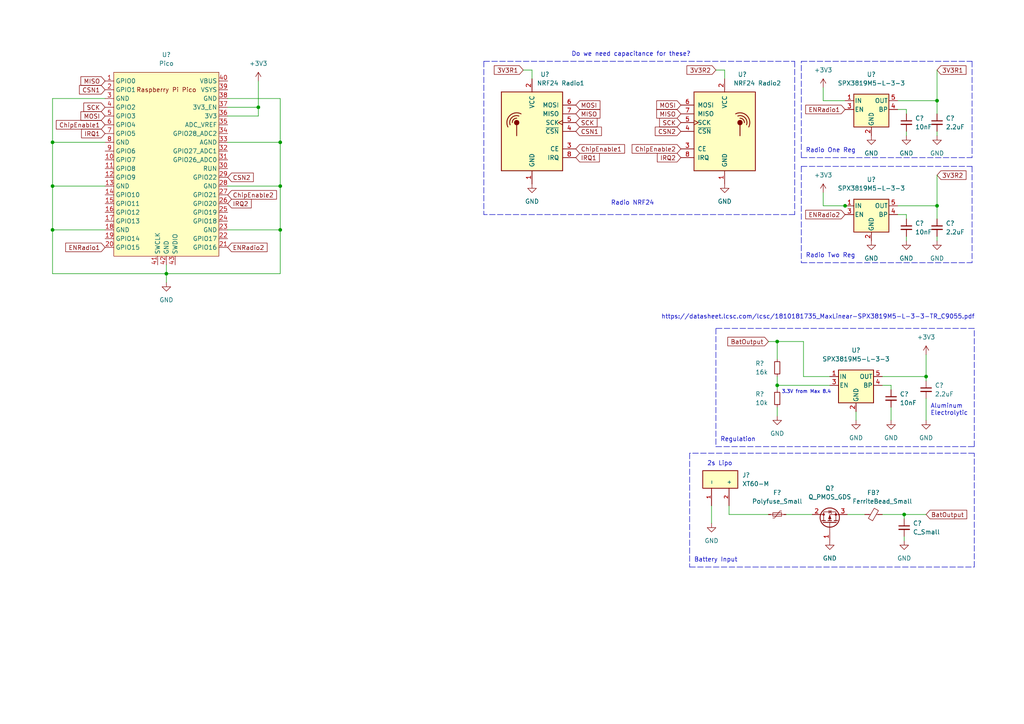
<source format=kicad_sch>
(kicad_sch (version 20211123) (generator eeschema)
  (paper "A4")
  (lib_symbols
    (symbol "Device:C_Small" (pin_numbers hide) (pin_names (offset 0.254) hide)
      (property "Reference" "C" (at 0.254 1.778 0))
      (property "Value" "C_Small" (at 0.254 -2.032 0))
      (symbol "C_Small_0_1"
        (polyline (pts (xy -1.524 -0.508) (xy 1.524 -0.508)) (stroke (width 0.3302)))
        (polyline (pts (xy -1.524 0.508) (xy 1.524 0.508)) (stroke (width 0.3048)))
      )
      (symbol "C_Small_1_1"
        (pin passive line (at 0 2.54 270) (length 2.032) (name "~") (number "1"))
        (pin passive line (at 0 -2.54 90) (length 2.032) (name "~") (number "2"))
      )
    )
    (symbol "Device:FerriteBead_Small" (pin_numbers hide) (pin_names (offset 0))
      (property "Reference" "FB" (at 1.905 1.27 0))
      (property "Value" "FerriteBead_Small" (at 1.905 -1.27 0))
      (symbol "FerriteBead_Small_0_1"
        (polyline (pts (xy 0 -1.27) (xy 0 -0.7874)))
        (polyline (pts (xy 0 0.889) (xy 0 1.2954)))
        (polyline (pts (xy -1.8288 0.2794) (xy -1.1176 1.4986) (xy 1.8288 -0.2032) (xy 1.1176 -1.4224) (xy -1.8288 0.2794)))
      )
      (symbol "FerriteBead_Small_1_1"
        (pin passive line (at 0 2.54 270) (length 1.27) (name "~") (number "1"))
        (pin passive line (at 0 -2.54 90) (length 1.27) (name "~") (number "2"))
      )
    )
    (symbol "Device:Polyfuse_Small" (pin_numbers hide) (pin_names (offset 0))
      (property "Reference" "F" (at -1.905 0 90))
      (property "Value" "Polyfuse_Small" (at 1.905 0 90))
      (symbol "Polyfuse_Small_0_1"
        (rectangle (start -0.508 1.27) (end 0.508 -1.27))
        (polyline (pts (xy 0 2.54) (xy 0 -2.54)))
        (polyline (pts (xy -1.016 1.27) (xy -1.016 0.762) (xy 1.016 -0.762) (xy 1.016 -1.27)))
      )
      (symbol "Polyfuse_Small_1_1"
        (pin passive line (at 0 2.54 270) (length 0.635) (name "~") (number "1"))
        (pin passive line (at 0 -2.54 90) (length 0.635) (name "~") (number "2"))
      )
    )
    (symbol "Device:Q_PMOS_GDS" (pin_names (offset 0) hide)
      (property "Reference" "Q" (at 5.08 1.27 0))
      (property "Value" "Q_PMOS_GDS" (at 5.08 -1.27 0))
      (symbol "Q_PMOS_GDS_0_1"
        (polyline (pts (xy 0.254 0) (xy -2.54 0)))
        (polyline (pts (xy 0.254 1.905) (xy 0.254 -1.905)) (stroke (width 0.254)))
        (polyline (pts (xy 0.762 -1.27) (xy 0.762 -2.286)) (stroke (width 0.254)))
        (polyline (pts (xy 0.762 0.508) (xy 0.762 -0.508)) (stroke (width 0.254)))
        (polyline (pts (xy 0.762 2.286) (xy 0.762 1.27)) (stroke (width 0.254)))
        (polyline (pts (xy 2.54 2.54) (xy 2.54 1.778)))
        (polyline (pts (xy 2.54 -2.54) (xy 2.54 0) (xy 0.762 0)))
        (polyline (pts (xy 0.762 1.778) (xy 3.302 1.778) (xy 3.302 -1.778) (xy 0.762 -1.778)))
        (polyline (pts (xy 2.286 0) (xy 1.27 0.381) (xy 1.27 -0.381) (xy 2.286 0)) (fill (type outline)))
        (polyline (pts (xy 2.794 -0.508) (xy 2.921 -0.381) (xy 3.683 -0.381) (xy 3.81 -0.254)))
        (polyline (pts (xy 3.302 -0.381) (xy 2.921 0.254) (xy 3.683 0.254) (xy 3.302 -0.381)))
        (circle (center 1.651 0) (radius 2.794) (stroke (width 0.254)))
        (circle (center 2.54 -1.778) (radius 0.254) (fill (type outline)))
        (circle (center 2.54 1.778) (radius 0.254) (fill (type outline)))
      )
      (symbol "Q_PMOS_GDS_1_1"
        (pin input line (at -5.08 0 0) (length 2.54) (name "G") (number "1"))
        (pin passive line (at 2.54 5.08 270) (length 2.54) (name "D") (number "2"))
        (pin passive line (at 2.54 -5.08 90) (length 2.54) (name "S") (number "3"))
      )
    )
    (symbol "Device:R_Small" (pin_numbers hide) (pin_names (offset 0.254) hide)
      (property "Reference" "R" (at 0.762 0.508 0))
      (property "Value" "R_Small" (at 0.762 -1.016 0))
      (symbol "R_Small_0_1"
        (rectangle (start -0.762 1.778) (end 0.762 -1.778) (stroke (width 0.2032)))
      )
      (symbol "R_Small_1_1"
        (pin passive line (at 0 2.54 270) (length 0.762) (name "~") (number "1"))
        (pin passive line (at 0 -2.54 90) (length 0.762) (name "~") (number "2"))
      )
    )
    (symbol "MCU_RaspberryPi_and_Boards:Pico"
      (property "Reference" "U" (at -13.97 27.94 0))
      (property "Value" "Pico" (at 0 19.05 0))
      (symbol "Pico_0_0"
        (text "Raspberry Pi Pico" (at 0 21.59 0) (effects (font (size 1.27 1.27))))
      )
      (symbol "Pico_0_1"
        (rectangle (start -15.24 26.67) (end 15.24 -26.67) (fill (type background)))
      )
      (symbol "Pico_1_1"
        (pin bidirectional line (at -17.78 24.13 0) (length 2.54) (name "GPIO0") (number "1"))
        (pin bidirectional line (at -17.78 1.27 0) (length 2.54) (name "GPIO7") (number "10"))
        (pin bidirectional line (at -17.78 -1.27 0) (length 2.54) (name "GPIO8") (number "11"))
        (pin bidirectional line (at -17.78 -3.81 0) (length 2.54) (name "GPIO9") (number "12"))
        (pin power_in line (at -17.78 -6.35 0) (length 2.54) (name "GND") (number "13"))
        (pin bidirectional line (at -17.78 -8.89 0) (length 2.54) (name "GPIO10") (number "14"))
        (pin bidirectional line (at -17.78 -11.43 0) (length 2.54) (name "GPIO11") (number "15"))
        (pin bidirectional line (at -17.78 -13.97 0) (length 2.54) (name "GPIO12") (number "16"))
        (pin bidirectional line (at -17.78 -16.51 0) (length 2.54) (name "GPIO13") (number "17"))
        (pin power_in line (at -17.78 -19.05 0) (length 2.54) (name "GND") (number "18"))
        (pin bidirectional line (at -17.78 -21.59 0) (length 2.54) (name "GPIO14") (number "19"))
        (pin bidirectional line (at -17.78 21.59 0) (length 2.54) (name "GPIO1") (number "2"))
        (pin bidirectional line (at -17.78 -24.13 0) (length 2.54) (name "GPIO15") (number "20"))
        (pin bidirectional line (at 17.78 -24.13 180) (length 2.54) (name "GPIO16") (number "21"))
        (pin bidirectional line (at 17.78 -21.59 180) (length 2.54) (name "GPIO17") (number "22"))
        (pin power_in line (at 17.78 -19.05 180) (length 2.54) (name "GND") (number "23"))
        (pin bidirectional line (at 17.78 -16.51 180) (length 2.54) (name "GPIO18") (number "24"))
        (pin bidirectional line (at 17.78 -13.97 180) (length 2.54) (name "GPIO19") (number "25"))
        (pin bidirectional line (at 17.78 -11.43 180) (length 2.54) (name "GPIO20") (number "26"))
        (pin bidirectional line (at 17.78 -8.89 180) (length 2.54) (name "GPIO21") (number "27"))
        (pin power_in line (at 17.78 -6.35 180) (length 2.54) (name "GND") (number "28"))
        (pin bidirectional line (at 17.78 -3.81 180) (length 2.54) (name "GPIO22") (number "29"))
        (pin power_in line (at -17.78 19.05 0) (length 2.54) (name "GND") (number "3"))
        (pin input line (at 17.78 -1.27 180) (length 2.54) (name "RUN") (number "30"))
        (pin bidirectional line (at 17.78 1.27 180) (length 2.54) (name "GPIO26_ADC0") (number "31"))
        (pin bidirectional line (at 17.78 3.81 180) (length 2.54) (name "GPIO27_ADC1") (number "32"))
        (pin power_in line (at 17.78 6.35 180) (length 2.54) (name "AGND") (number "33"))
        (pin bidirectional line (at 17.78 8.89 180) (length 2.54) (name "GPIO28_ADC2") (number "34"))
        (pin power_in line (at 17.78 11.43 180) (length 2.54) (name "ADC_VREF") (number "35"))
        (pin power_in line (at 17.78 13.97 180) (length 2.54) (name "3V3") (number "36"))
        (pin input line (at 17.78 16.51 180) (length 2.54) (name "3V3_EN") (number "37"))
        (pin bidirectional line (at 17.78 19.05 180) (length 2.54) (name "GND") (number "38"))
        (pin power_in line (at 17.78 21.59 180) (length 2.54) (name "VSYS") (number "39"))
        (pin bidirectional line (at -17.78 16.51 0) (length 2.54) (name "GPIO2") (number "4"))
        (pin power_in line (at 17.78 24.13 180) (length 2.54) (name "VBUS") (number "40"))
        (pin input line (at -2.54 -29.21 90) (length 2.54) (name "SWCLK") (number "41"))
        (pin power_in line (at 0 -29.21 90) (length 2.54) (name "GND") (number "42"))
        (pin bidirectional line (at 2.54 -29.21 90) (length 2.54) (name "SWDIO") (number "43"))
        (pin bidirectional line (at -17.78 13.97 0) (length 2.54) (name "GPIO3") (number "5"))
        (pin bidirectional line (at -17.78 11.43 0) (length 2.54) (name "GPIO4") (number "6"))
        (pin bidirectional line (at -17.78 8.89 0) (length 2.54) (name "GPIO5") (number "7"))
        (pin power_in line (at -17.78 6.35 0) (length 2.54) (name "GND") (number "8"))
        (pin bidirectional line (at -17.78 3.81 0) (length 2.54) (name "GPIO6") (number "9"))
      )
    )
    (symbol "RF:NRF24L01_Breakout" (pin_names (offset 1.016))
      (property "Reference" "U" (at -8.89 12.7 0))
      (property "Value" "NRF24L01_Breakout" (at 3.81 12.7 0))
      (symbol "NRF24L01_Breakout_0_1"
        (rectangle (start -8.89 11.43) (end 8.89 -11.43) (stroke (width 0.254)) (fill (type background)))
        (polyline (pts (xy 4.445 1.905) (xy 4.445 -1.27)) (stroke (width 0.254)))
        (circle (center 4.445 2.54) (radius 0.635) (stroke (width 0.254)) (fill (type outline)))
        (arc (start 5.715 2.54) (mid 5.3521 3.4546) (end 4.445 3.81) (stroke (width 0.254)))
        (arc (start 6.35 1.905) (mid 5.8763 3.9854) (end 3.81 4.445) (stroke (width 0.254)))
        (arc (start 6.985 1.27) (mid 6.453 4.548) (end 3.175 5.08) (stroke (width 0.254)))
      )
      (symbol "NRF24L01_Breakout_1_1"
        (pin power_in line (at 0 -15.24 90) (length 3.81) (name "GND") (number "1"))
        (pin power_in line (at 0 15.24 270) (length 3.81) (name "VCC") (number "2"))
        (pin input line (at -12.7 -5.08 0) (length 3.81) (name "CE") (number "3"))
        (pin input line (at -12.7 0 0) (length 3.81) (name "~{CSN}") (number "4"))
        (pin input clock (at -12.7 2.54 0) (length 3.81) (name "SCK") (number "5"))
        (pin input line (at -12.7 7.62 0) (length 3.81) (name "MOSI") (number "6"))
        (pin output line (at -12.7 5.08 0) (length 3.81) (name "MISO") (number "7"))
        (pin output line (at -12.7 -7.62 0) (length 3.81) (name "IRQ") (number "8"))
      )
    )
    (symbol "Regulator_Linear:SPX3819M5-L-3-3" (pin_names (offset 0.254))
      (property "Reference" "U" (at -3.81 5.715 0))
      (property "Value" "SPX3819M5-L-3-3" (at 0 5.715 0))
      (symbol "SPX3819M5-L-3-3_0_1"
        (rectangle (start -5.08 4.445) (end 5.08 -5.08) (stroke (width 0.254)) (fill (type background)))
      )
      (symbol "SPX3819M5-L-3-3_1_1"
        (pin power_in line (at -7.62 2.54 0) (length 2.54) (name "IN") (number "1"))
        (pin power_in line (at 0 -7.62 90) (length 2.54) (name "GND") (number "2"))
        (pin input line (at -7.62 0 0) (length 2.54) (name "EN") (number "3"))
        (pin input line (at 7.62 0 180) (length 2.54) (name "BP") (number "4"))
        (pin power_out line (at 7.62 2.54 180) (length 2.54) (name "OUT") (number "5"))
      )
    )
    (symbol "XT60-M:XT60-M" (pin_names (offset 1.016))
      (property "Reference" "J" (at -2.54 5.715 0))
      (property "Value" "XT60-M" (at -2.794 -6.35 0))
      (symbol "XT60-M_0_0"
        (rectangle (start -2.54 -5.08) (end 2.54 5.08) (stroke (width 0.254)) (fill (type background)))
        (pin passive line (at -7.62 2.54 0) (length 5.08) (name "-") (number "1"))
        (pin passive line (at -7.62 -2.54 0) (length 5.08) (name "+") (number "2"))
      )
    )
    (symbol "power:+3V3" (power) (pin_names (offset 0))
      (property "Value" "+3V3" (at 0 3.556 0))
      (symbol "+3V3_0_1"
        (polyline (pts (xy -0.762 1.27) (xy 0 2.54)))
        (polyline (pts (xy 0 0) (xy 0 2.54)))
        (polyline (pts (xy 0 2.54) (xy 0.762 1.27)))
      )
      (symbol "+3V3_1_1"
        (pin power_in line (at 0 0 90) (length 0) hide (name "+3V3") (number "1"))
      )
    )
    (symbol "power:GND" (power) (pin_names (offset 0))
      (property "Value" "GND" (at 0 -3.81 0))
      (symbol "GND_0_1"
        (polyline (pts (xy 0 0) (xy 0 -1.27) (xy 1.27 -1.27) (xy 0 -2.54) (xy -1.27 -1.27) (xy 0 -1.27)))
      )
      (symbol "GND_1_1"
        (pin power_in line (at 0 0 270) (length 0) hide (name "GND") (number "1"))
      )
    )
  )
  (junction (at 268.605 109.22))
  (junction (at 74.93 31.115))
  (junction (at 225.425 111.76))
  (junction (at 271.78 59.69))
  (junction (at 81.28 53.975))
  (junction (at 15.24 41.275))
  (junction (at 81.28 66.675))
  (junction (at 262.255 149.225))
  (junction (at 225.425 99.06))
  (junction (at 81.28 41.275))
  (junction (at 271.78 29.21))
  (junction (at 48.26 79.375))
  (junction (at 15.24 66.675))
  (junction (at 15.24 53.975))
  (junction (at 245.11 59.69))
  (wire (pts (xy 15.24 41.275) (xy 15.24 53.975)))
  (wire (pts (xy 210.185 20.32) (xy 210.185 22.86)))
  (wire (pts (xy 81.28 53.975) (xy 81.28 66.675)))
  (polyline (pts (xy 232.41 45.72) (xy 281.94 45.72)))
  (wire (pts (xy 225.425 99.06) (xy 225.425 104.14)))
  (wire (pts (xy 260.35 59.69) (xy 271.78 59.69)))
  (wire (pts (xy 262.255 149.225) (xy 262.255 150.495)))
  (wire (pts (xy 15.24 53.975) (xy 30.48 53.975)))
  (polyline (pts (xy 232.41 45.72) (xy 232.41 17.78)))
  (polyline (pts (xy 282.575 164.465) (xy 282.575 131.445)))
  (wire (pts (xy 233.045 109.22) (xy 240.665 109.22)))
  (polyline (pts (xy 230.505 62.23) (xy 140.335 62.23)))
  (wire (pts (xy 271.78 38.1) (xy 271.78 39.37)))
  (polyline (pts (xy 232.41 48.26) (xy 281.94 48.26)))
  (wire (pts (xy 271.78 50.8) (xy 271.78 59.69)))
  (wire (pts (xy 268.605 109.22) (xy 268.605 110.49)))
  (wire (pts (xy 245.745 149.225) (xy 250.825 149.225)))
  (wire (pts (xy 245.11 59.69) (xy 238.76 59.69)))
  (wire (pts (xy 255.905 111.76) (xy 258.445 111.76)))
  (polyline (pts (xy 281.94 17.78) (xy 281.94 45.72)))
  (wire (pts (xy 271.78 20.32) (xy 271.78 29.21)))
  (wire (pts (xy 262.89 62.23) (xy 262.89 63.5)))
  (polyline (pts (xy 232.41 48.26) (xy 232.41 76.2)))
  (wire (pts (xy 255.905 109.22) (xy 268.605 109.22)))
  (wire (pts (xy 262.89 38.1) (xy 262.89 39.37)))
  (wire (pts (xy 211.455 149.225) (xy 222.885 149.225)))
  (wire (pts (xy 262.255 155.575) (xy 262.255 156.845)))
  (wire (pts (xy 260.35 31.75) (xy 262.89 31.75)))
  (polyline (pts (xy 232.41 17.78) (xy 281.94 17.78)))
  (wire (pts (xy 222.885 99.06) (xy 225.425 99.06)))
  (polyline (pts (xy 282.575 95.25) (xy 207.645 95.25)))
  (wire (pts (xy 207.645 20.32) (xy 210.185 20.32)))
  (wire (pts (xy 247.65 59.69) (xy 245.11 59.69)))
  (polyline (pts (xy 281.94 48.26) (xy 281.94 76.2)))
  (wire (pts (xy 74.93 23.495) (xy 74.93 31.115)))
  (wire (pts (xy 225.425 109.22) (xy 225.425 111.76)))
  (polyline (pts (xy 282.575 129.54) (xy 282.575 95.25)))
  (polyline (pts (xy 200.025 131.445) (xy 200.025 164.465)))
  (wire (pts (xy 48.26 79.375) (xy 48.26 81.915)))
  (wire (pts (xy 154.305 20.32) (xy 154.305 22.86)))
  (wire (pts (xy 15.24 53.975) (xy 15.24 66.675)))
  (wire (pts (xy 258.445 118.11) (xy 258.445 121.92)))
  (polyline (pts (xy 140.335 17.78) (xy 140.335 62.23)))
  (wire (pts (xy 66.04 53.975) (xy 81.28 53.975)))
  (wire (pts (xy 30.48 28.575) (xy 15.24 28.575)))
  (wire (pts (xy 81.28 66.675) (xy 81.28 79.375)))
  (wire (pts (xy 211.455 146.685) (xy 211.455 149.225)))
  (wire (pts (xy 260.35 62.23) (xy 262.89 62.23)))
  (wire (pts (xy 66.04 28.575) (xy 81.28 28.575)))
  (wire (pts (xy 271.78 59.69) (xy 271.78 63.5)))
  (polyline (pts (xy 207.645 129.54) (xy 282.575 129.54)))
  (wire (pts (xy 262.89 68.58) (xy 262.89 69.85)))
  (wire (pts (xy 74.93 31.115) (xy 74.93 33.655)))
  (wire (pts (xy 15.24 28.575) (xy 15.24 41.275)))
  (wire (pts (xy 206.375 146.685) (xy 206.375 151.765)))
  (wire (pts (xy 81.28 28.575) (xy 81.28 41.275)))
  (wire (pts (xy 233.045 99.06) (xy 233.045 109.22)))
  (wire (pts (xy 225.425 111.76) (xy 240.665 111.76)))
  (wire (pts (xy 15.24 79.375) (xy 48.26 79.375)))
  (wire (pts (xy 48.26 76.835) (xy 48.26 79.375)))
  (wire (pts (xy 227.965 149.225) (xy 235.585 149.225)))
  (polyline (pts (xy 200.025 164.465) (xy 282.575 164.465)))
  (wire (pts (xy 48.26 79.375) (xy 81.28 79.375)))
  (wire (pts (xy 15.24 66.675) (xy 30.48 66.675)))
  (wire (pts (xy 271.78 29.21) (xy 271.78 33.02)))
  (wire (pts (xy 225.425 99.06) (xy 233.045 99.06)))
  (wire (pts (xy 260.35 29.21) (xy 271.78 29.21)))
  (polyline (pts (xy 230.505 17.78) (xy 230.505 62.23)))
  (wire (pts (xy 66.04 41.275) (xy 81.28 41.275)))
  (polyline (pts (xy 207.645 95.25) (xy 207.645 129.54)))
  (wire (pts (xy 15.24 66.675) (xy 15.24 79.375)))
  (wire (pts (xy 271.78 68.58) (xy 271.78 69.85)))
  (wire (pts (xy 225.425 118.11) (xy 225.425 120.65)))
  (wire (pts (xy 248.285 119.38) (xy 248.285 121.92)))
  (wire (pts (xy 262.255 149.225) (xy 268.605 149.225)))
  (wire (pts (xy 245.11 29.21) (xy 238.76 29.21)))
  (wire (pts (xy 268.605 115.57) (xy 268.605 121.92)))
  (wire (pts (xy 81.28 41.275) (xy 81.28 53.975)))
  (wire (pts (xy 238.76 25.4) (xy 238.76 29.21)))
  (wire (pts (xy 66.04 33.655) (xy 74.93 33.655)))
  (wire (pts (xy 66.04 31.115) (xy 74.93 31.115)))
  (wire (pts (xy 15.24 41.275) (xy 30.48 41.275)))
  (wire (pts (xy 255.905 149.225) (xy 262.255 149.225)))
  (polyline (pts (xy 140.335 17.78) (xy 230.505 17.78)))
  (wire (pts (xy 258.445 111.76) (xy 258.445 113.03)))
  (wire (pts (xy 151.765 20.32) (xy 154.305 20.32)))
  (wire (pts (xy 225.425 111.76) (xy 225.425 113.03)))
  (wire (pts (xy 262.89 31.75) (xy 262.89 33.02)))
  (polyline (pts (xy 282.575 131.445) (xy 200.025 131.445)))
  (polyline (pts (xy 232.41 76.2) (xy 281.94 76.2)))
  (wire (pts (xy 268.605 102.87) (xy 268.605 109.22)))
  (wire (pts (xy 66.04 66.675) (xy 81.28 66.675)))
  (wire (pts (xy 238.76 59.69) (xy 238.76 55.88)))
  (text "Radio One Reg" (at 233.68 44.45 0) (effects (font (size 1.27 1.27)) (justify left bottom)))
  (text "Regulation\n" (at 208.915 128.27 0) (effects (font (size 1.27 1.27)) (justify left bottom)))
  (text "2s Lipo\n" (at 205.105 135.255 0) (effects (font (size 1.27 1.27)) (justify left bottom)))
  (text "Radio NRF24" (at 177.165 59.69 0) (effects (font (size 1.27 1.27)) (justify left bottom)))
  (text "https://datasheet.lcsc.com/lcsc/1810181735_MaxLinear-SPX3819M5-L-3-3-TR_C9055.pdf" (at 191.77 92.71 0) (effects (font (size 1.27 1.27)) (justify left bottom)))
  (text "3.3V from Max 8.4\n" (at 226.695 114.3 0) (effects (font (size 1 1)) (justify left bottom)))
  (text "Do we need capacitance for these?" (at 165.735 16.51 0) (effects (font (size 1.27 1.27)) (justify left bottom)))
  (text "Aluminum \nElectrolytic " (at 269.875 120.65 0) (effects (font (size 1.27 1.27)) (justify left bottom)))
  (text "Radio Two Reg" (at 233.68 74.93 0) (effects (font (size 1.27 1.27)) (justify left bottom)))
  (text "Battery Input \n" (at 201.295 163.195 0) (effects (font (size 1.27 1.27)) (justify left bottom)))
  (global_label "IRQ2" (shape input) (at 66.04 59.055 0) (property "Intersheet References" "${INTERSHEET_REFS}" (effects hide)))
  (global_label "ChipEnable2" (shape input) (at 66.04 56.515 0) (property "Intersheet References" "${INTERSHEET_REFS}" (effects hide)))
  (global_label "3V3R1" (shape input) (at 151.765 20.32 180) (property "Intersheet References" "${INTERSHEET_REFS}" (effects hide)))
  (global_label "IRQ1" (shape input) (at 30.48 38.735 180) (property "Intersheet References" "${INTERSHEET_REFS}" (effects hide)))
  (global_label "3V3R2" (shape input) (at 271.78 50.8 0) (property "Intersheet References" "${INTERSHEET_REFS}" (effects hide)))
  (global_label "MISO" (shape input) (at 167.005 33.02 0) (property "Intersheet References" "${INTERSHEET_REFS}" (effects hide)))
  (global_label "CSN1" (shape input) (at 30.48 26.035 180) (property "Intersheet References" "${INTERSHEET_REFS}" (effects hide)))
  (global_label "ChipEnable2" (shape input) (at 197.485 43.18 180) (property "Intersheet References" "${INTERSHEET_REFS}" (effects hide)))
  (global_label "ENRadio2" (shape input) (at 66.04 71.755 0) (property "Intersheet References" "${INTERSHEET_REFS}" (effects hide)))
  (global_label "IRQ1" (shape input) (at 167.005 45.72 0) (property "Intersheet References" "${INTERSHEET_REFS}" (effects hide)))
  (global_label "MOSI" (shape input) (at 30.48 33.655 180) (property "Intersheet References" "${INTERSHEET_REFS}" (effects hide)))
  (global_label "ChipEnable1" (shape input) (at 30.48 36.195 180) (property "Intersheet References" "${INTERSHEET_REFS}" (effects hide)))
  (global_label "MOSI" (shape input) (at 167.005 30.48 0) (property "Intersheet References" "${INTERSHEET_REFS}" (effects hide)))
  (global_label "3V3R1" (shape input) (at 271.78 20.32 0) (property "Intersheet References" "${INTERSHEET_REFS}" (effects hide)))
  (global_label "MISO" (shape input) (at 30.48 23.495 180) (property "Intersheet References" "${INTERSHEET_REFS}" (effects hide)))
  (global_label "ENRadio2" (shape input) (at 245.11 62.23 180) (property "Intersheet References" "${INTERSHEET_REFS}" (effects hide)))
  (global_label "BatOutput" (shape input) (at 222.885 99.06 180) (property "Intersheet References" "${INTERSHEET_REFS}" (effects hide)))
  (global_label "SCK" (shape input) (at 30.48 31.115 180) (property "Intersheet References" "${INTERSHEET_REFS}" (effects hide)))
  (global_label "CSN2" (shape input) (at 197.485 38.1 180) (property "Intersheet References" "${INTERSHEET_REFS}" (effects hide)))
  (global_label "SCK" (shape input) (at 197.485 35.56 180) (property "Intersheet References" "${INTERSHEET_REFS}" (effects hide)))
  (global_label "BatOutput" (shape input) (at 268.605 149.225 0) (property "Intersheet References" "${INTERSHEET_REFS}" (effects hide)))
  (global_label "3V3R2" (shape input) (at 207.645 20.32 180) (property "Intersheet References" "${INTERSHEET_REFS}" (effects hide)))
  (global_label "ENRadio1" (shape input) (at 30.48 71.755 180) (property "Intersheet References" "${INTERSHEET_REFS}" (effects hide)))
  (global_label "SCK" (shape input) (at 167.005 35.56 0) (property "Intersheet References" "${INTERSHEET_REFS}" (effects hide)))
  (global_label "ChipEnable1" (shape input) (at 167.005 43.18 0) (property "Intersheet References" "${INTERSHEET_REFS}" (effects hide)))
  (global_label "MOSI" (shape input) (at 197.485 30.48 180) (property "Intersheet References" "${INTERSHEET_REFS}" (effects hide)))
  (global_label "MISO" (shape input) (at 197.485 33.02 180) (property "Intersheet References" "${INTERSHEET_REFS}" (effects hide)))
  (global_label "CSN2" (shape input) (at 66.04 51.435 0) (property "Intersheet References" "${INTERSHEET_REFS}" (effects hide)))
  (global_label "IRQ2" (shape input) (at 197.485 45.72 180) (property "Intersheet References" "${INTERSHEET_REFS}" (effects hide)))
  (global_label "ENRadio1" (shape input) (at 245.11 31.75 180) (property "Intersheet References" "${INTERSHEET_REFS}" (effects hide)))
  (global_label "CSN1" (shape input) (at 167.005 38.1 0) (property "Intersheet References" "${INTERSHEET_REFS}" (effects hide)))
  (symbol (lib_id "power:GND") (at 268.605 121.92 0) (unit 1)
    (property "Reference" "#PWR?" (effects hide))
    (property "Value" "GND" (at 268.605 127 0))
  )
  (symbol (lib_id "MCU_RaspberryPi_and_Boards:Pico") (at 48.26 47.625 0) (unit 1)
    (property "Reference" "U?" (at 48.26 15.875 0))
    (property "Value" "Pico" (at 48.26 18.415 0))
    (property "Footprint" "MCU_RaspberryPi_and_Boards:RPi_Pico_SMD_TH" (effects hide))
  )
  (symbol (lib_id "power:GND") (at 262.89 69.85 0) (unit 1)
    (property "Reference" "#PWR?" (effects hide))
    (property "Value" "GND" (at 262.89 74.93 0))
  )
  (symbol (lib_id "XT60-M:XT60-M") (at 208.915 139.065 90) (unit 1)
    (property "Reference" "J?" (at 215.265 137.7949 90) (effects (justify right)))
    (property "Value" "XT60-M" (at 215.265 140.3349 90) (effects (justify right)))
    (property "MANUFACTURER" "AMASS" (effects hide))
    (property "PARTREV" "1.2" (effects hide))
    (property "STANDARD" "IPC-7251" (effects hide))
  )
  (symbol (lib_id "power:GND") (at 252.73 39.37 0) (mirror y) (unit 1)
    (property "Reference" "#PWR?" (effects hide))
    (property "Value" "GND" (at 252.73 44.45 0))
  )
  (symbol (lib_id "Device:C_Small") (at 268.605 113.03 0) (unit 1)
    (property "Reference" "C?" (at 271.145 111.7662 0) (effects (justify left)))
    (property "Value" "2.2uF" (at 271.145 114.3062 0) (effects (justify left)))
  )
  (symbol (lib_id "power:GND") (at 262.255 156.845 0) (unit 1)
    (property "Reference" "#PWR?" (effects hide))
    (property "Value" "GND" (at 262.255 161.925 0))
  )
  (symbol (lib_id "power:GND") (at 48.26 81.915 0) (unit 1)
    (property "Reference" "#PWR?" (effects hide))
    (property "Value" "GND" (at 48.26 86.995 0))
  )
  (symbol (lib_id "power:GND") (at 210.185 53.34 0) (unit 1)
    (property "Reference" "#PWR?" (effects hide))
    (property "Value" "GND" (at 210.185 58.42 0))
  )
  (symbol (lib_id "power:GND") (at 154.305 53.34 0) (mirror y) (unit 1)
    (property "Reference" "#PWR?" (effects hide))
    (property "Value" "GND" (at 154.305 58.42 0))
  )
  (symbol (lib_id "power:GND") (at 271.78 69.85 0) (unit 1)
    (property "Reference" "#PWR?" (effects hide))
    (property "Value" "GND" (at 271.78 74.93 0))
  )
  (symbol (lib_id "Device:Q_PMOS_GDS") (at 240.665 151.765 90) (unit 1)
    (property "Reference" "Q?" (at 240.665 141.605 90))
    (property "Value" "Q_PMOS_GDS" (at 240.665 144.145 90))
  )
  (symbol (lib_id "Device:C_Small") (at 262.89 35.56 0) (unit 1)
    (property "Reference" "C?" (at 265.43 34.2962 0) (effects (justify left)))
    (property "Value" "10nF" (at 265.43 36.8362 0) (effects (justify left)))
  )
  (symbol (lib_id "Device:R_Small") (at 225.425 106.68 0) (unit 1)
    (property "Reference" "R?" (at 219.075 105.41 0) (effects (justify left)))
    (property "Value" "16k" (at 219.075 107.95 0) (effects (justify left)))
  )
  (symbol (lib_id "Device:C_Small") (at 262.255 153.035 0) (unit 1)
    (property "Reference" "C?" (at 264.795 151.7712 0) (effects (justify left)))
    (property "Value" "C_Small" (at 264.795 154.3112 0) (effects (justify left)))
  )
  (symbol (lib_id "power:GND") (at 271.78 39.37 0) (unit 1)
    (property "Reference" "#PWR?" (effects hide))
    (property "Value" "GND" (at 271.78 44.45 0))
  )
  (symbol (lib_id "Device:R_Small") (at 225.425 115.57 0) (unit 1)
    (property "Reference" "R?" (at 219.075 114.3 0) (effects (justify left)))
    (property "Value" "10k" (at 219.075 116.84 0) (effects (justify left)))
  )
  (symbol (lib_id "Device:C_Small") (at 258.445 115.57 0) (unit 1)
    (property "Reference" "C?" (at 260.985 114.3062 0) (effects (justify left)))
    (property "Value" "10nF" (at 260.985 116.8462 0) (effects (justify left)))
  )
  (symbol (lib_id "power:GND") (at 240.665 156.845 0) (unit 1)
    (property "Reference" "#PWR?" (effects hide))
    (property "Value" "GND" (at 240.665 161.925 0))
  )
  (symbol (lib_id "RF:NRF24L01_Breakout") (at 154.305 38.1 0) (mirror y) (unit 1)
    (property "Reference" "U?" (at 159.385 21.59 0) (effects (justify left)))
    (property "Value" "NRF24 Radio1" (at 169.545 24.13 0) (effects (justify left)))
    (property "Footprint" "RF_Module:nRF24L01_Breakout" (effects hide))
    (property "Datasheet" "http://www.nordicsemi.com/eng/content/download/2730/34105/file/nRF24L01_Product_Specification_v2_0.pdf" (effects hide))
  )
  (symbol (lib_id "Device:C_Small") (at 262.89 66.04 0) (unit 1)
    (property "Reference" "C?" (at 265.43 64.7762 0) (effects (justify left)))
    (property "Value" "10nF" (at 265.43 67.3162 0) (effects (justify left)))
  )
  (symbol (lib_id "power:GND") (at 248.285 121.92 0) (unit 1)
    (property "Reference" "#PWR?" (effects hide))
    (property "Value" "GND" (at 248.285 127 0))
  )
  (symbol (lib_id "power:+3V3") (at 268.605 102.87 0) (unit 1)
    (property "Reference" "#PWR?" (effects hide))
    (property "Value" "+3V3" (at 268.605 97.79 0))
  )
  (symbol (lib_id "Device:C_Small") (at 271.78 66.04 0) (unit 1)
    (property "Reference" "C?" (at 274.32 64.7762 0) (effects (justify left)))
    (property "Value" "2.2uF" (at 274.32 67.3162 0) (effects (justify left)))
  )
  (symbol (lib_id "power:+3V3") (at 238.76 55.88 0) (mirror y) (unit 1)
    (property "Reference" "#PWR?" (effects hide))
    (property "Value" "+3V3" (at 238.76 50.8 0))
  )
  (symbol (lib_id "power:GND") (at 258.445 121.92 0) (unit 1)
    (property "Reference" "#PWR?" (effects hide))
    (property "Value" "GND" (at 258.445 127 0))
  )
  (symbol (lib_id "Regulator_Linear:SPX3819M5-L-3-3") (at 248.285 111.76 0) (unit 1)
    (property "Reference" "U?" (at 248.285 101.6 0))
    (property "Value" "SPX3819M5-L-3-3" (at 248.285 104.14 0))
    (property "Footprint" "Package_TO_SOT_SMD:SOT-23-5" (effects hide))
    (property "Datasheet" "https://www.exar.com/content/document.ashx?id=22106&languageid=1033&type=Datasheet&partnumber=SPX3819&filename=SPX3819.pdf&part=SPX3819" (effects hide))
  )
  (symbol (lib_id "power:GND") (at 262.89 39.37 0) (unit 1)
    (property "Reference" "#PWR?" (effects hide))
    (property "Value" "GND" (at 262.89 44.45 0))
  )
  (symbol (lib_id "Device:C_Small") (at 271.78 35.56 0) (unit 1)
    (property "Reference" "C?" (at 274.32 34.2962 0) (effects (justify left)))
    (property "Value" "2.2uF" (at 274.32 36.8362 0) (effects (justify left)))
  )
  (symbol (lib_id "Device:FerriteBead_Small") (at 253.365 149.225 90) (unit 1)
    (property "Reference" "FB?" (at 253.3269 142.875 90))
    (property "Value" "FerriteBead_Small" (at 255.905 145.415 90))
  )
  (symbol (lib_id "RF:NRF24L01_Breakout") (at 210.185 38.1 0) (unit 1)
    (property "Reference" "U?" (at 213.995 21.59 0) (effects (justify left)))
    (property "Value" "NRF24 Radio2" (at 212.725 24.13 0) (effects (justify left)))
    (property "Footprint" "RF_Module:nRF24L01_Breakout" (effects hide))
    (property "Datasheet" "http://www.nordicsemi.com/eng/content/download/2730/34105/file/nRF24L01_Product_Specification_v2_0.pdf" (effects hide))
  )
  (symbol (lib_id "power:+3V3") (at 238.76 25.4 0) (mirror y) (unit 1)
    (property "Reference" "#PWR?" (effects hide))
    (property "Value" "+3V3" (at 238.76 20.32 0))
  )
  (symbol (lib_id "power:+3V3") (at 74.93 23.495 0) (unit 1)
    (property "Reference" "#PWR?" (effects hide))
    (property "Value" "+3V3" (at 74.93 18.415 0))
  )
  (symbol (lib_id "Device:Polyfuse_Small") (at 225.425 149.225 90) (unit 1)
    (property "Reference" "F?" (at 225.425 142.875 90))
    (property "Value" "Polyfuse_Small" (at 225.425 145.415 90))
  )
  (symbol (lib_id "Regulator_Linear:SPX3819M5-L-3-3") (at 252.73 31.75 0) (unit 1)
    (property "Reference" "U?" (at 252.73 21.59 0))
    (property "Value" "SPX3819M5-L-3-3" (at 252.73 24.13 0))
    (property "Footprint" "Package_TO_SOT_SMD:SOT-23-5" (effects hide))
    (property "Datasheet" "https://www.exar.com/content/document.ashx?id=22106&languageid=1033&type=Datasheet&partnumber=SPX3819&filename=SPX3819.pdf&part=SPX3819" (effects hide))
  )
  (symbol (lib_id "Regulator_Linear:SPX3819M5-L-3-3") (at 252.73 62.23 0) (unit 1)
    (property "Reference" "U?" (at 252.73 52.07 0))
    (property "Value" "SPX3819M5-L-3-3" (at 252.73 54.61 0))
    (property "Footprint" "Package_TO_SOT_SMD:SOT-23-5" (effects hide))
    (property "Datasheet" "https://www.exar.com/content/document.ashx?id=22106&languageid=1033&type=Datasheet&partnumber=SPX3819&filename=SPX3819.pdf&part=SPX3819" (effects hide))
  )
  (symbol (lib_id "power:GND") (at 252.73 69.85 0) (mirror y) (unit 1)
    (property "Reference" "#PWR?" (effects hide))
    (property "Value" "GND" (at 252.73 74.93 0))
  )
  (symbol (lib_id "power:GND") (at 225.425 120.65 0) (unit 1)
    (property "Reference" "#PWR?" (effects hide))
    (property "Value" "GND" (at 225.425 125.73 0))
  )
  (symbol (lib_id "power:GND") (at 206.375 151.765 0) (unit 1)
    (property "Reference" "#PWR?" (effects hide))
    (property "Value" "GND" (at 206.375 156.845 0))
  )
)
</source>
